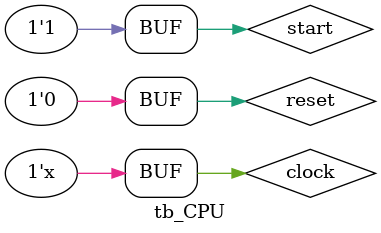
<source format=v>
`timescale 1ns / 1ns
/** @module : CPU
 *  @author : Albert Bitdiddle
 *  CPU Module Testbed 
 *  Adaptive and Secure Computing Systems (ASCS) Laboratory
 */


`timescale 1ns / 1ns
/** @module : CPU
 *  @author : Albert Bitdiddle
 *  CPU Module Testbed 
 *  Adaptive and Secure Computing Systems (ASCS) Laboratory
 */


module tb_CPU (); 
reg clock, reset, start; 
//reg [31:0] program_counter;  
//reg MemRead, MemWrite;


CPU cpu (
    .clock(clock), 
    .reset(reset), 
    .start(start)
//    .program_counter(program_counter)
);     

    // In phase I, we are not implementing the instruction memory. Therefore, we manually the instruction, the register
    // in the CPU.v It is implemented as a register right now, but you will eventually want to change it to a wire and 
    // drive it from instruction memory.

    // Clock generator
    always #1 clock = ~clock;

    initial begin
        clock = 0;
        reset = 1;
        start = 0;
		  //program_counter = 0;

        // Right now the regfile is empty. You can manually set the values in the regfile with something like:
        // cpu.registerFile.memory[10] = 100;
        // This will allow you to test your ALU and register file before the processor is complete. 
		  
		  /*cpu.instruction_Memory.ram[0] = 32'b000000_00011_00001_00010_00000000000; // AND regs 3 and 1, put result in 2
        cpu.instruction_Memory.ram[1] = 32'b000000_00100_00001_00011_00000000001; // OR regs 1 and 4, put result in 3 
        cpu.instruction_Memory.ram[2] = 32'b000000_00101_00001_00100_00000000001; // ADD regs 5 and 1, put result in 4
		  cpu.instruction_Memory.ram[3] = 32'b000100_00011_00010_00000_00000000000; // BEQ regs 3 and 2
		  cpu.instruction_Memory.ram[4] = 32'b000000_00100_00011_10000_00000101010; //SLT regs 8 and 3
		  cpu.instruction_Memory.ram[5] = 32'b001000_00010_00110_00000_00000001001;; //ADDI regs 2 and 6
		  cpu.instruction_Memory.ram[6] = 32'b100011_00011_00100_00000_00000001000; // lw reg 3 and 4
		  cpu.instruction_Memory.ram[7] = 32'b101011_00011_00001_00000_00000001000; // sw reg 3 and 1
		  cpu.instruction_Memory.ram[8] = 32'b000000_00101_00001_00100_00000000001; //sub reg 5 and 1*/
		
		  
        #10 reset = 0;
            start = 1;
/*		  cpu.registers.memory[1] = 5;
		  cpu.registers.memory[2] = 10;
		  cpu.registers.memory[3] = 15;
		  cpu.MemRead = 0;
		  cpu.MemWrite = 1;*/

        // After 10 nanoseconds, lets set the regfile_read_sel_1 to 1, regfile_read_sel_2 to 2, AND those values,
        // and write the result to register 3.



        // If you set the values of those  registers 1 and 2 to something other than 0, you should see some result in
        // register 3.

     end
     
endmodule
</source>
